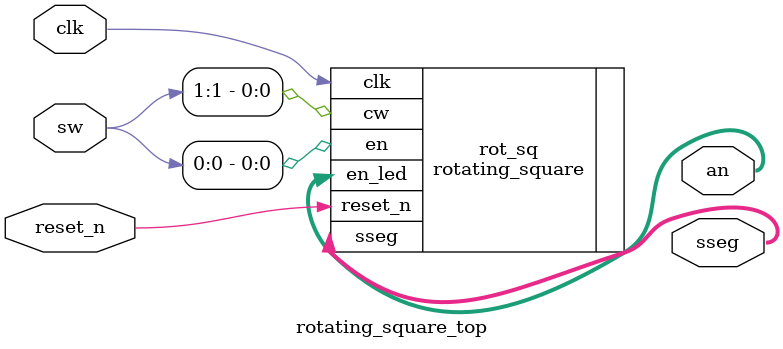
<source format=sv>
`timescale 1ns / 1ps


module rotating_square_top #(parameter N=27)(
    input logic clk,
    input logic reset_n,
    input logic [1:0] sw,
    output logic [7:0] an, // enable for the 7-seg displays
    output logic [7:0] sseg // led segments
    );
    
    rotating_square #(.N(N)) rot_sq(
        .clk(clk),
        .reset_n(reset_n),
        .en(sw[0]),
        .cw(sw[1]),
        .en_led(an), // enable for the 7-seg displays
        .sseg(sseg) // led segments
    );
    
endmodule

</source>
